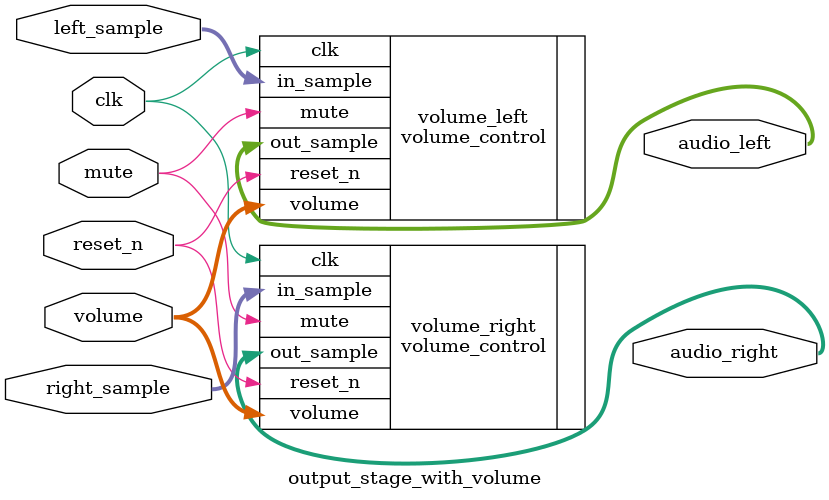
<source format=v>
module output_stage_with_volume (
    input wire clk,
    input wire reset_n,

    // Inputs from demux
    input wire signed [15:0] left_sample,
    input wire signed [15:0] right_sample,
    input wire mute,

    // Volume control
    input wire [7:0] volume,

    // Final outputs
    output wire signed [15:0] audio_left,
    output wire signed [15:0] audio_right
);

    wire valid_left, valid_right;

    volume_control volume_left (
        .clk(clk),
        .reset_n(reset_n),
        .in_sample(left_sample),
        .volume(volume),
        .out_sample(audio_left),
        .mute(mute)
    );

    volume_control volume_right (
        .clk(clk),
        .reset_n(reset_n),
        .in_sample(right_sample),
        .volume(volume),
        .out_sample(audio_right),
        .mute(mute)
    );

    // no valid neeeded
    // assign valid_out = valid_right;

endmodule

</source>
